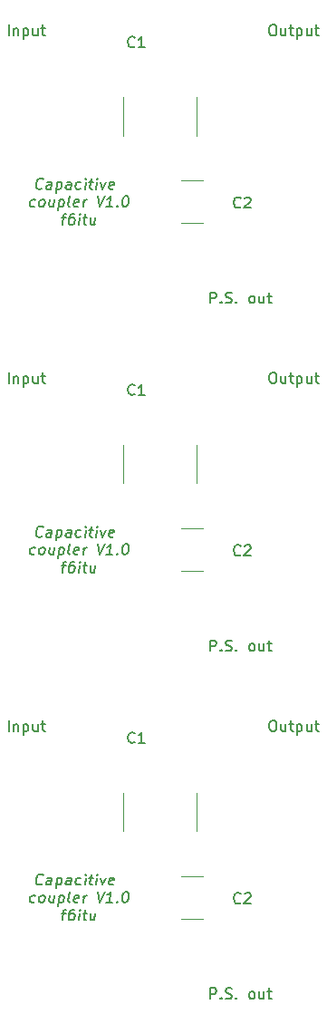
<source format=gbr>
G04 #@! TF.GenerationSoftware,KiCad,Pcbnew,(5.1.5)-3*
G04 #@! TF.CreationDate,2021-12-07T11:44:26+01:00*
G04 #@! TF.ProjectId,stitched capcoupler,73746974-6368-4656-9420-636170636f75,rev?*
G04 #@! TF.SameCoordinates,Original*
G04 #@! TF.FileFunction,Legend,Top*
G04 #@! TF.FilePolarity,Positive*
%FSLAX46Y46*%
G04 Gerber Fmt 4.6, Leading zero omitted, Abs format (unit mm)*
G04 Created by KiCad (PCBNEW (5.1.5)-3) date 2021-12-07 11:44:26*
%MOMM*%
%LPD*%
G04 APERTURE LIST*
%ADD10C,0.150000*%
%ADD11C,0.120000*%
G04 APERTURE END LIST*
D10*
X63983348Y11292857D02*
X63929776Y11245238D01*
X63780967Y11197619D01*
X63685729Y11197619D01*
X63548824Y11245238D01*
X63465491Y11340476D01*
X63429776Y11435714D01*
X63405967Y11626190D01*
X63423824Y11769047D01*
X63495252Y11959523D01*
X63554776Y12054761D01*
X63661919Y12150000D01*
X63810729Y12197619D01*
X63905967Y12197619D01*
X64042872Y12150000D01*
X64084538Y12102380D01*
X64828586Y11197619D02*
X64894062Y11721428D01*
X64858348Y11816666D01*
X64769062Y11864285D01*
X64578586Y11864285D01*
X64477395Y11816666D01*
X64834538Y11245238D02*
X64733348Y11197619D01*
X64495252Y11197619D01*
X64405967Y11245238D01*
X64370252Y11340476D01*
X64382157Y11435714D01*
X64441681Y11530952D01*
X64542872Y11578571D01*
X64780967Y11578571D01*
X64882157Y11626190D01*
X65388110Y11864285D02*
X65263110Y10864285D01*
X65382157Y11816666D02*
X65483348Y11864285D01*
X65673824Y11864285D01*
X65763110Y11816666D01*
X65804776Y11769047D01*
X65840491Y11673809D01*
X65804776Y11388095D01*
X65745252Y11292857D01*
X65691681Y11245238D01*
X65590491Y11197619D01*
X65400014Y11197619D01*
X65310729Y11245238D01*
X66638110Y11197619D02*
X66703586Y11721428D01*
X66667872Y11816666D01*
X66578586Y11864285D01*
X66388110Y11864285D01*
X66286919Y11816666D01*
X66644062Y11245238D02*
X66542872Y11197619D01*
X66304776Y11197619D01*
X66215491Y11245238D01*
X66179776Y11340476D01*
X66191681Y11435714D01*
X66251205Y11530952D01*
X66352395Y11578571D01*
X66590491Y11578571D01*
X66691681Y11626190D01*
X67548824Y11245238D02*
X67447633Y11197619D01*
X67257157Y11197619D01*
X67167872Y11245238D01*
X67126205Y11292857D01*
X67090491Y11388095D01*
X67126205Y11673809D01*
X67185729Y11769047D01*
X67239300Y11816666D01*
X67340491Y11864285D01*
X67530967Y11864285D01*
X67620252Y11816666D01*
X67971443Y11197619D02*
X68054776Y11864285D01*
X68096443Y12197619D02*
X68042872Y12150000D01*
X68084538Y12102380D01*
X68138110Y12150000D01*
X68096443Y12197619D01*
X68084538Y12102380D01*
X68388110Y11864285D02*
X68769062Y11864285D01*
X68572633Y12197619D02*
X68465491Y11340476D01*
X68501205Y11245238D01*
X68590491Y11197619D01*
X68685729Y11197619D01*
X69019062Y11197619D02*
X69102395Y11864285D01*
X69144062Y12197619D02*
X69090491Y12150000D01*
X69132157Y12102380D01*
X69185729Y12150000D01*
X69144062Y12197619D01*
X69132157Y12102380D01*
X69483348Y11864285D02*
X69638110Y11197619D01*
X69959538Y11864285D01*
X70644062Y11245238D02*
X70542872Y11197619D01*
X70352395Y11197619D01*
X70263110Y11245238D01*
X70227395Y11340476D01*
X70275014Y11721428D01*
X70334538Y11816666D01*
X70435729Y11864285D01*
X70626205Y11864285D01*
X70715491Y11816666D01*
X70751205Y11721428D01*
X70739300Y11626190D01*
X70251205Y11530952D01*
X63286919Y9595238D02*
X63185729Y9547619D01*
X62995252Y9547619D01*
X62905967Y9595238D01*
X62864300Y9642857D01*
X62828586Y9738095D01*
X62864300Y10023809D01*
X62923824Y10119047D01*
X62977395Y10166666D01*
X63078586Y10214285D01*
X63269062Y10214285D01*
X63358348Y10166666D01*
X63852395Y9547619D02*
X63763110Y9595238D01*
X63721443Y9642857D01*
X63685729Y9738095D01*
X63721443Y10023809D01*
X63780967Y10119047D01*
X63834538Y10166666D01*
X63935729Y10214285D01*
X64078586Y10214285D01*
X64167872Y10166666D01*
X64209538Y10119047D01*
X64245252Y10023809D01*
X64209538Y9738095D01*
X64150014Y9642857D01*
X64096443Y9595238D01*
X63995252Y9547619D01*
X63852395Y9547619D01*
X65126205Y10214285D02*
X65042872Y9547619D01*
X64697633Y10214285D02*
X64632157Y9690476D01*
X64667872Y9595238D01*
X64757157Y9547619D01*
X64900014Y9547619D01*
X65001205Y9595238D01*
X65054776Y9642857D01*
X65602395Y10214285D02*
X65477395Y9214285D01*
X65596443Y10166666D02*
X65697633Y10214285D01*
X65888110Y10214285D01*
X65977395Y10166666D01*
X66019062Y10119047D01*
X66054776Y10023809D01*
X66019062Y9738095D01*
X65959538Y9642857D01*
X65905967Y9595238D01*
X65804776Y9547619D01*
X65614300Y9547619D01*
X65525014Y9595238D01*
X66566681Y9547619D02*
X66477395Y9595238D01*
X66441681Y9690476D01*
X66548824Y10547619D01*
X67334538Y9595238D02*
X67233348Y9547619D01*
X67042872Y9547619D01*
X66953586Y9595238D01*
X66917872Y9690476D01*
X66965491Y10071428D01*
X67025014Y10166666D01*
X67126205Y10214285D01*
X67316681Y10214285D01*
X67405967Y10166666D01*
X67441681Y10071428D01*
X67429776Y9976190D01*
X66941681Y9880952D01*
X67804776Y9547619D02*
X67888110Y10214285D01*
X67864300Y10023809D02*
X67923824Y10119047D01*
X67977395Y10166666D01*
X68078586Y10214285D01*
X68173824Y10214285D01*
X69167872Y10547619D02*
X69376205Y9547619D01*
X69834538Y10547619D01*
X70566681Y9547619D02*
X69995252Y9547619D01*
X70280967Y9547619D02*
X70405967Y10547619D01*
X70292872Y10404761D01*
X70185729Y10309523D01*
X70084538Y10261904D01*
X71007157Y9642857D02*
X71048824Y9595238D01*
X70995252Y9547619D01*
X70953586Y9595238D01*
X71007157Y9642857D01*
X70995252Y9547619D01*
X71786919Y10547619D02*
X71882157Y10547619D01*
X71971443Y10500000D01*
X72013110Y10452380D01*
X72048824Y10357142D01*
X72072633Y10166666D01*
X72042872Y9928571D01*
X71971443Y9738095D01*
X71911919Y9642857D01*
X71858348Y9595238D01*
X71757157Y9547619D01*
X71661919Y9547619D01*
X71572633Y9595238D01*
X71530967Y9642857D01*
X71495252Y9738095D01*
X71471443Y9928571D01*
X71501205Y10166666D01*
X71572633Y10357142D01*
X71632157Y10452380D01*
X71685729Y10500000D01*
X71786919Y10547619D01*
X65840491Y8564285D02*
X66221443Y8564285D01*
X65900014Y7897619D02*
X66007157Y8754761D01*
X66066681Y8850000D01*
X66167872Y8897619D01*
X66263110Y8897619D01*
X67025014Y8897619D02*
X66834538Y8897619D01*
X66733348Y8850000D01*
X66679776Y8802380D01*
X66566681Y8659523D01*
X66495252Y8469047D01*
X66447633Y8088095D01*
X66483348Y7992857D01*
X66525014Y7945238D01*
X66614300Y7897619D01*
X66804776Y7897619D01*
X66905967Y7945238D01*
X66959538Y7992857D01*
X67019062Y8088095D01*
X67048824Y8326190D01*
X67013110Y8421428D01*
X66971443Y8469047D01*
X66882157Y8516666D01*
X66691681Y8516666D01*
X66590491Y8469047D01*
X66536919Y8421428D01*
X66477395Y8326190D01*
X67423824Y7897619D02*
X67507157Y8564285D01*
X67548824Y8897619D02*
X67495252Y8850000D01*
X67536919Y8802380D01*
X67590491Y8850000D01*
X67548824Y8897619D01*
X67536919Y8802380D01*
X67840491Y8564285D02*
X68221443Y8564285D01*
X68025014Y8897619D02*
X67917872Y8040476D01*
X67953586Y7945238D01*
X68042872Y7897619D01*
X68138110Y7897619D01*
X68983348Y8564285D02*
X68900014Y7897619D01*
X68554776Y8564285D02*
X68489300Y8040476D01*
X68525014Y7945238D01*
X68614300Y7897619D01*
X68757157Y7897619D01*
X68858348Y7945238D01*
X68911919Y7992857D01*
X79714285Y547619D02*
X79714285Y1547619D01*
X80095238Y1547619D01*
X80190476Y1500000D01*
X80238095Y1452380D01*
X80285714Y1357142D01*
X80285714Y1214285D01*
X80238095Y1119047D01*
X80190476Y1071428D01*
X80095238Y1023809D01*
X79714285Y1023809D01*
X80714285Y642857D02*
X80761904Y595238D01*
X80714285Y547619D01*
X80666666Y595238D01*
X80714285Y642857D01*
X80714285Y547619D01*
X81142857Y595238D02*
X81285714Y547619D01*
X81523809Y547619D01*
X81619047Y595238D01*
X81666666Y642857D01*
X81714285Y738095D01*
X81714285Y833333D01*
X81666666Y928571D01*
X81619047Y976190D01*
X81523809Y1023809D01*
X81333333Y1071428D01*
X81238095Y1119047D01*
X81190476Y1166666D01*
X81142857Y1261904D01*
X81142857Y1357142D01*
X81190476Y1452380D01*
X81238095Y1500000D01*
X81333333Y1547619D01*
X81571428Y1547619D01*
X81714285Y1500000D01*
X82142857Y642857D02*
X82190476Y595238D01*
X82142857Y547619D01*
X82095238Y595238D01*
X82142857Y642857D01*
X82142857Y547619D01*
X83523809Y547619D02*
X83428571Y595238D01*
X83380952Y642857D01*
X83333333Y738095D01*
X83333333Y1023809D01*
X83380952Y1119047D01*
X83428571Y1166666D01*
X83523809Y1214285D01*
X83666666Y1214285D01*
X83761904Y1166666D01*
X83809523Y1119047D01*
X83857142Y1023809D01*
X83857142Y738095D01*
X83809523Y642857D01*
X83761904Y595238D01*
X83666666Y547619D01*
X83523809Y547619D01*
X84714285Y1214285D02*
X84714285Y547619D01*
X84285714Y1214285D02*
X84285714Y690476D01*
X84333333Y595238D01*
X84428571Y547619D01*
X84571428Y547619D01*
X84666666Y595238D01*
X84714285Y642857D01*
X85047619Y1214285D02*
X85428571Y1214285D01*
X85190476Y1547619D02*
X85190476Y690476D01*
X85238095Y595238D01*
X85333333Y547619D01*
X85428571Y547619D01*
X85476190Y26547619D02*
X85666666Y26547619D01*
X85761904Y26500000D01*
X85857142Y26404761D01*
X85904761Y26214285D01*
X85904761Y25880952D01*
X85857142Y25690476D01*
X85761904Y25595238D01*
X85666666Y25547619D01*
X85476190Y25547619D01*
X85380952Y25595238D01*
X85285714Y25690476D01*
X85238095Y25880952D01*
X85238095Y26214285D01*
X85285714Y26404761D01*
X85380952Y26500000D01*
X85476190Y26547619D01*
X86761904Y26214285D02*
X86761904Y25547619D01*
X86333333Y26214285D02*
X86333333Y25690476D01*
X86380952Y25595238D01*
X86476190Y25547619D01*
X86619047Y25547619D01*
X86714285Y25595238D01*
X86761904Y25642857D01*
X87095238Y26214285D02*
X87476190Y26214285D01*
X87238095Y26547619D02*
X87238095Y25690476D01*
X87285714Y25595238D01*
X87380952Y25547619D01*
X87476190Y25547619D01*
X87809523Y26214285D02*
X87809523Y25214285D01*
X87809523Y26166666D02*
X87904761Y26214285D01*
X88095238Y26214285D01*
X88190476Y26166666D01*
X88238095Y26119047D01*
X88285714Y26023809D01*
X88285714Y25738095D01*
X88238095Y25642857D01*
X88190476Y25595238D01*
X88095238Y25547619D01*
X87904761Y25547619D01*
X87809523Y25595238D01*
X89142857Y26214285D02*
X89142857Y25547619D01*
X88714285Y26214285D02*
X88714285Y25690476D01*
X88761904Y25595238D01*
X88857142Y25547619D01*
X89000000Y25547619D01*
X89095238Y25595238D01*
X89142857Y25642857D01*
X89476190Y26214285D02*
X89857142Y26214285D01*
X89619047Y26547619D02*
X89619047Y25690476D01*
X89666666Y25595238D01*
X89761904Y25547619D01*
X89857142Y25547619D01*
X60857142Y25547619D02*
X60857142Y26547619D01*
X61333333Y26214285D02*
X61333333Y25547619D01*
X61333333Y26119047D02*
X61380952Y26166666D01*
X61476190Y26214285D01*
X61619047Y26214285D01*
X61714285Y26166666D01*
X61761904Y26071428D01*
X61761904Y25547619D01*
X62238095Y26214285D02*
X62238095Y25214285D01*
X62238095Y26166666D02*
X62333333Y26214285D01*
X62523809Y26214285D01*
X62619047Y26166666D01*
X62666666Y26119047D01*
X62714285Y26023809D01*
X62714285Y25738095D01*
X62666666Y25642857D01*
X62619047Y25595238D01*
X62523809Y25547619D01*
X62333333Y25547619D01*
X62238095Y25595238D01*
X63571428Y26214285D02*
X63571428Y25547619D01*
X63142857Y26214285D02*
X63142857Y25690476D01*
X63190476Y25595238D01*
X63285714Y25547619D01*
X63428571Y25547619D01*
X63523809Y25595238D01*
X63571428Y25642857D01*
X63904761Y26214285D02*
X64285714Y26214285D01*
X64047619Y26547619D02*
X64047619Y25690476D01*
X64095238Y25595238D01*
X64190476Y25547619D01*
X64285714Y25547619D01*
X63983348Y-21207142D02*
X63929776Y-21254761D01*
X63780967Y-21302380D01*
X63685729Y-21302380D01*
X63548824Y-21254761D01*
X63465491Y-21159523D01*
X63429776Y-21064285D01*
X63405967Y-20873809D01*
X63423824Y-20730952D01*
X63495252Y-20540476D01*
X63554776Y-20445238D01*
X63661919Y-20350000D01*
X63810729Y-20302380D01*
X63905967Y-20302380D01*
X64042872Y-20350000D01*
X64084538Y-20397619D01*
X64828586Y-21302380D02*
X64894062Y-20778571D01*
X64858348Y-20683333D01*
X64769062Y-20635714D01*
X64578586Y-20635714D01*
X64477395Y-20683333D01*
X64834538Y-21254761D02*
X64733348Y-21302380D01*
X64495252Y-21302380D01*
X64405967Y-21254761D01*
X64370252Y-21159523D01*
X64382157Y-21064285D01*
X64441681Y-20969047D01*
X64542872Y-20921428D01*
X64780967Y-20921428D01*
X64882157Y-20873809D01*
X65388110Y-20635714D02*
X65263110Y-21635714D01*
X65382157Y-20683333D02*
X65483348Y-20635714D01*
X65673824Y-20635714D01*
X65763110Y-20683333D01*
X65804776Y-20730952D01*
X65840491Y-20826190D01*
X65804776Y-21111904D01*
X65745252Y-21207142D01*
X65691681Y-21254761D01*
X65590491Y-21302380D01*
X65400014Y-21302380D01*
X65310729Y-21254761D01*
X66638110Y-21302380D02*
X66703586Y-20778571D01*
X66667872Y-20683333D01*
X66578586Y-20635714D01*
X66388110Y-20635714D01*
X66286919Y-20683333D01*
X66644062Y-21254761D02*
X66542872Y-21302380D01*
X66304776Y-21302380D01*
X66215491Y-21254761D01*
X66179776Y-21159523D01*
X66191681Y-21064285D01*
X66251205Y-20969047D01*
X66352395Y-20921428D01*
X66590491Y-20921428D01*
X66691681Y-20873809D01*
X67548824Y-21254761D02*
X67447633Y-21302380D01*
X67257157Y-21302380D01*
X67167872Y-21254761D01*
X67126205Y-21207142D01*
X67090491Y-21111904D01*
X67126205Y-20826190D01*
X67185729Y-20730952D01*
X67239300Y-20683333D01*
X67340491Y-20635714D01*
X67530967Y-20635714D01*
X67620252Y-20683333D01*
X67971443Y-21302380D02*
X68054776Y-20635714D01*
X68096443Y-20302380D02*
X68042872Y-20350000D01*
X68084538Y-20397619D01*
X68138110Y-20350000D01*
X68096443Y-20302380D01*
X68084538Y-20397619D01*
X68388110Y-20635714D02*
X68769062Y-20635714D01*
X68572633Y-20302380D02*
X68465491Y-21159523D01*
X68501205Y-21254761D01*
X68590491Y-21302380D01*
X68685729Y-21302380D01*
X69019062Y-21302380D02*
X69102395Y-20635714D01*
X69144062Y-20302380D02*
X69090491Y-20350000D01*
X69132157Y-20397619D01*
X69185729Y-20350000D01*
X69144062Y-20302380D01*
X69132157Y-20397619D01*
X69483348Y-20635714D02*
X69638110Y-21302380D01*
X69959538Y-20635714D01*
X70644062Y-21254761D02*
X70542872Y-21302380D01*
X70352395Y-21302380D01*
X70263110Y-21254761D01*
X70227395Y-21159523D01*
X70275014Y-20778571D01*
X70334538Y-20683333D01*
X70435729Y-20635714D01*
X70626205Y-20635714D01*
X70715491Y-20683333D01*
X70751205Y-20778571D01*
X70739300Y-20873809D01*
X70251205Y-20969047D01*
X63286919Y-22904761D02*
X63185729Y-22952380D01*
X62995252Y-22952380D01*
X62905967Y-22904761D01*
X62864300Y-22857142D01*
X62828586Y-22761904D01*
X62864300Y-22476190D01*
X62923824Y-22380952D01*
X62977395Y-22333333D01*
X63078586Y-22285714D01*
X63269062Y-22285714D01*
X63358348Y-22333333D01*
X63852395Y-22952380D02*
X63763110Y-22904761D01*
X63721443Y-22857142D01*
X63685729Y-22761904D01*
X63721443Y-22476190D01*
X63780967Y-22380952D01*
X63834538Y-22333333D01*
X63935729Y-22285714D01*
X64078586Y-22285714D01*
X64167872Y-22333333D01*
X64209538Y-22380952D01*
X64245252Y-22476190D01*
X64209538Y-22761904D01*
X64150014Y-22857142D01*
X64096443Y-22904761D01*
X63995252Y-22952380D01*
X63852395Y-22952380D01*
X65126205Y-22285714D02*
X65042872Y-22952380D01*
X64697633Y-22285714D02*
X64632157Y-22809523D01*
X64667872Y-22904761D01*
X64757157Y-22952380D01*
X64900014Y-22952380D01*
X65001205Y-22904761D01*
X65054776Y-22857142D01*
X65602395Y-22285714D02*
X65477395Y-23285714D01*
X65596443Y-22333333D02*
X65697633Y-22285714D01*
X65888110Y-22285714D01*
X65977395Y-22333333D01*
X66019062Y-22380952D01*
X66054776Y-22476190D01*
X66019062Y-22761904D01*
X65959538Y-22857142D01*
X65905967Y-22904761D01*
X65804776Y-22952380D01*
X65614300Y-22952380D01*
X65525014Y-22904761D01*
X66566681Y-22952380D02*
X66477395Y-22904761D01*
X66441681Y-22809523D01*
X66548824Y-21952380D01*
X67334538Y-22904761D02*
X67233348Y-22952380D01*
X67042872Y-22952380D01*
X66953586Y-22904761D01*
X66917872Y-22809523D01*
X66965491Y-22428571D01*
X67025014Y-22333333D01*
X67126205Y-22285714D01*
X67316681Y-22285714D01*
X67405967Y-22333333D01*
X67441681Y-22428571D01*
X67429776Y-22523809D01*
X66941681Y-22619047D01*
X67804776Y-22952380D02*
X67888110Y-22285714D01*
X67864300Y-22476190D02*
X67923824Y-22380952D01*
X67977395Y-22333333D01*
X68078586Y-22285714D01*
X68173824Y-22285714D01*
X69167872Y-21952380D02*
X69376205Y-22952380D01*
X69834538Y-21952380D01*
X70566681Y-22952380D02*
X69995252Y-22952380D01*
X70280967Y-22952380D02*
X70405967Y-21952380D01*
X70292872Y-22095238D01*
X70185729Y-22190476D01*
X70084538Y-22238095D01*
X71007157Y-22857142D02*
X71048824Y-22904761D01*
X70995252Y-22952380D01*
X70953586Y-22904761D01*
X71007157Y-22857142D01*
X70995252Y-22952380D01*
X71786919Y-21952380D02*
X71882157Y-21952380D01*
X71971443Y-22000000D01*
X72013110Y-22047619D01*
X72048824Y-22142857D01*
X72072633Y-22333333D01*
X72042872Y-22571428D01*
X71971443Y-22761904D01*
X71911919Y-22857142D01*
X71858348Y-22904761D01*
X71757157Y-22952380D01*
X71661919Y-22952380D01*
X71572633Y-22904761D01*
X71530967Y-22857142D01*
X71495252Y-22761904D01*
X71471443Y-22571428D01*
X71501205Y-22333333D01*
X71572633Y-22142857D01*
X71632157Y-22047619D01*
X71685729Y-22000000D01*
X71786919Y-21952380D01*
X65840491Y-23935714D02*
X66221443Y-23935714D01*
X65900014Y-24602380D02*
X66007157Y-23745238D01*
X66066681Y-23650000D01*
X66167872Y-23602380D01*
X66263110Y-23602380D01*
X67025014Y-23602380D02*
X66834538Y-23602380D01*
X66733348Y-23650000D01*
X66679776Y-23697619D01*
X66566681Y-23840476D01*
X66495252Y-24030952D01*
X66447633Y-24411904D01*
X66483348Y-24507142D01*
X66525014Y-24554761D01*
X66614300Y-24602380D01*
X66804776Y-24602380D01*
X66905967Y-24554761D01*
X66959538Y-24507142D01*
X67019062Y-24411904D01*
X67048824Y-24173809D01*
X67013110Y-24078571D01*
X66971443Y-24030952D01*
X66882157Y-23983333D01*
X66691681Y-23983333D01*
X66590491Y-24030952D01*
X66536919Y-24078571D01*
X66477395Y-24173809D01*
X67423824Y-24602380D02*
X67507157Y-23935714D01*
X67548824Y-23602380D02*
X67495252Y-23650000D01*
X67536919Y-23697619D01*
X67590491Y-23650000D01*
X67548824Y-23602380D01*
X67536919Y-23697619D01*
X67840491Y-23935714D02*
X68221443Y-23935714D01*
X68025014Y-23602380D02*
X67917872Y-24459523D01*
X67953586Y-24554761D01*
X68042872Y-24602380D01*
X68138110Y-24602380D01*
X68983348Y-23935714D02*
X68900014Y-24602380D01*
X68554776Y-23935714D02*
X68489300Y-24459523D01*
X68525014Y-24554761D01*
X68614300Y-24602380D01*
X68757157Y-24602380D01*
X68858348Y-24554761D01*
X68911919Y-24507142D01*
X79714285Y-31952380D02*
X79714285Y-30952380D01*
X80095238Y-30952380D01*
X80190476Y-31000000D01*
X80238095Y-31047619D01*
X80285714Y-31142857D01*
X80285714Y-31285714D01*
X80238095Y-31380952D01*
X80190476Y-31428571D01*
X80095238Y-31476190D01*
X79714285Y-31476190D01*
X80714285Y-31857142D02*
X80761904Y-31904761D01*
X80714285Y-31952380D01*
X80666666Y-31904761D01*
X80714285Y-31857142D01*
X80714285Y-31952380D01*
X81142857Y-31904761D02*
X81285714Y-31952380D01*
X81523809Y-31952380D01*
X81619047Y-31904761D01*
X81666666Y-31857142D01*
X81714285Y-31761904D01*
X81714285Y-31666666D01*
X81666666Y-31571428D01*
X81619047Y-31523809D01*
X81523809Y-31476190D01*
X81333333Y-31428571D01*
X81238095Y-31380952D01*
X81190476Y-31333333D01*
X81142857Y-31238095D01*
X81142857Y-31142857D01*
X81190476Y-31047619D01*
X81238095Y-31000000D01*
X81333333Y-30952380D01*
X81571428Y-30952380D01*
X81714285Y-31000000D01*
X82142857Y-31857142D02*
X82190476Y-31904761D01*
X82142857Y-31952380D01*
X82095238Y-31904761D01*
X82142857Y-31857142D01*
X82142857Y-31952380D01*
X83523809Y-31952380D02*
X83428571Y-31904761D01*
X83380952Y-31857142D01*
X83333333Y-31761904D01*
X83333333Y-31476190D01*
X83380952Y-31380952D01*
X83428571Y-31333333D01*
X83523809Y-31285714D01*
X83666666Y-31285714D01*
X83761904Y-31333333D01*
X83809523Y-31380952D01*
X83857142Y-31476190D01*
X83857142Y-31761904D01*
X83809523Y-31857142D01*
X83761904Y-31904761D01*
X83666666Y-31952380D01*
X83523809Y-31952380D01*
X84714285Y-31285714D02*
X84714285Y-31952380D01*
X84285714Y-31285714D02*
X84285714Y-31809523D01*
X84333333Y-31904761D01*
X84428571Y-31952380D01*
X84571428Y-31952380D01*
X84666666Y-31904761D01*
X84714285Y-31857142D01*
X85047619Y-31285714D02*
X85428571Y-31285714D01*
X85190476Y-30952380D02*
X85190476Y-31809523D01*
X85238095Y-31904761D01*
X85333333Y-31952380D01*
X85428571Y-31952380D01*
X85476190Y-5952380D02*
X85666666Y-5952380D01*
X85761904Y-6000000D01*
X85857142Y-6095238D01*
X85904761Y-6285714D01*
X85904761Y-6619047D01*
X85857142Y-6809523D01*
X85761904Y-6904761D01*
X85666666Y-6952380D01*
X85476190Y-6952380D01*
X85380952Y-6904761D01*
X85285714Y-6809523D01*
X85238095Y-6619047D01*
X85238095Y-6285714D01*
X85285714Y-6095238D01*
X85380952Y-6000000D01*
X85476190Y-5952380D01*
X86761904Y-6285714D02*
X86761904Y-6952380D01*
X86333333Y-6285714D02*
X86333333Y-6809523D01*
X86380952Y-6904761D01*
X86476190Y-6952380D01*
X86619047Y-6952380D01*
X86714285Y-6904761D01*
X86761904Y-6857142D01*
X87095238Y-6285714D02*
X87476190Y-6285714D01*
X87238095Y-5952380D02*
X87238095Y-6809523D01*
X87285714Y-6904761D01*
X87380952Y-6952380D01*
X87476190Y-6952380D01*
X87809523Y-6285714D02*
X87809523Y-7285714D01*
X87809523Y-6333333D02*
X87904761Y-6285714D01*
X88095238Y-6285714D01*
X88190476Y-6333333D01*
X88238095Y-6380952D01*
X88285714Y-6476190D01*
X88285714Y-6761904D01*
X88238095Y-6857142D01*
X88190476Y-6904761D01*
X88095238Y-6952380D01*
X87904761Y-6952380D01*
X87809523Y-6904761D01*
X89142857Y-6285714D02*
X89142857Y-6952380D01*
X88714285Y-6285714D02*
X88714285Y-6809523D01*
X88761904Y-6904761D01*
X88857142Y-6952380D01*
X89000000Y-6952380D01*
X89095238Y-6904761D01*
X89142857Y-6857142D01*
X89476190Y-6285714D02*
X89857142Y-6285714D01*
X89619047Y-5952380D02*
X89619047Y-6809523D01*
X89666666Y-6904761D01*
X89761904Y-6952380D01*
X89857142Y-6952380D01*
X60857142Y-6952380D02*
X60857142Y-5952380D01*
X61333333Y-6285714D02*
X61333333Y-6952380D01*
X61333333Y-6380952D02*
X61380952Y-6333333D01*
X61476190Y-6285714D01*
X61619047Y-6285714D01*
X61714285Y-6333333D01*
X61761904Y-6428571D01*
X61761904Y-6952380D01*
X62238095Y-6285714D02*
X62238095Y-7285714D01*
X62238095Y-6333333D02*
X62333333Y-6285714D01*
X62523809Y-6285714D01*
X62619047Y-6333333D01*
X62666666Y-6380952D01*
X62714285Y-6476190D01*
X62714285Y-6761904D01*
X62666666Y-6857142D01*
X62619047Y-6904761D01*
X62523809Y-6952380D01*
X62333333Y-6952380D01*
X62238095Y-6904761D01*
X63571428Y-6285714D02*
X63571428Y-6952380D01*
X63142857Y-6285714D02*
X63142857Y-6809523D01*
X63190476Y-6904761D01*
X63285714Y-6952380D01*
X63428571Y-6952380D01*
X63523809Y-6904761D01*
X63571428Y-6857142D01*
X63904761Y-6285714D02*
X64285714Y-6285714D01*
X64047619Y-5952380D02*
X64047619Y-6809523D01*
X64095238Y-6904761D01*
X64190476Y-6952380D01*
X64285714Y-6952380D01*
X85476190Y-38452380D02*
X85666666Y-38452380D01*
X85761904Y-38500000D01*
X85857142Y-38595238D01*
X85904761Y-38785714D01*
X85904761Y-39119047D01*
X85857142Y-39309523D01*
X85761904Y-39404761D01*
X85666666Y-39452380D01*
X85476190Y-39452380D01*
X85380952Y-39404761D01*
X85285714Y-39309523D01*
X85238095Y-39119047D01*
X85238095Y-38785714D01*
X85285714Y-38595238D01*
X85380952Y-38500000D01*
X85476190Y-38452380D01*
X86761904Y-38785714D02*
X86761904Y-39452380D01*
X86333333Y-38785714D02*
X86333333Y-39309523D01*
X86380952Y-39404761D01*
X86476190Y-39452380D01*
X86619047Y-39452380D01*
X86714285Y-39404761D01*
X86761904Y-39357142D01*
X87095238Y-38785714D02*
X87476190Y-38785714D01*
X87238095Y-38452380D02*
X87238095Y-39309523D01*
X87285714Y-39404761D01*
X87380952Y-39452380D01*
X87476190Y-39452380D01*
X87809523Y-38785714D02*
X87809523Y-39785714D01*
X87809523Y-38833333D02*
X87904761Y-38785714D01*
X88095238Y-38785714D01*
X88190476Y-38833333D01*
X88238095Y-38880952D01*
X88285714Y-38976190D01*
X88285714Y-39261904D01*
X88238095Y-39357142D01*
X88190476Y-39404761D01*
X88095238Y-39452380D01*
X87904761Y-39452380D01*
X87809523Y-39404761D01*
X89142857Y-38785714D02*
X89142857Y-39452380D01*
X88714285Y-38785714D02*
X88714285Y-39309523D01*
X88761904Y-39404761D01*
X88857142Y-39452380D01*
X89000000Y-39452380D01*
X89095238Y-39404761D01*
X89142857Y-39357142D01*
X89476190Y-38785714D02*
X89857142Y-38785714D01*
X89619047Y-38452380D02*
X89619047Y-39309523D01*
X89666666Y-39404761D01*
X89761904Y-39452380D01*
X89857142Y-39452380D01*
X60857142Y-39452380D02*
X60857142Y-38452380D01*
X61333333Y-38785714D02*
X61333333Y-39452380D01*
X61333333Y-38880952D02*
X61380952Y-38833333D01*
X61476190Y-38785714D01*
X61619047Y-38785714D01*
X61714285Y-38833333D01*
X61761904Y-38928571D01*
X61761904Y-39452380D01*
X62238095Y-38785714D02*
X62238095Y-39785714D01*
X62238095Y-38833333D02*
X62333333Y-38785714D01*
X62523809Y-38785714D01*
X62619047Y-38833333D01*
X62666666Y-38880952D01*
X62714285Y-38976190D01*
X62714285Y-39261904D01*
X62666666Y-39357142D01*
X62619047Y-39404761D01*
X62523809Y-39452380D01*
X62333333Y-39452380D01*
X62238095Y-39404761D01*
X63571428Y-38785714D02*
X63571428Y-39452380D01*
X63142857Y-38785714D02*
X63142857Y-39309523D01*
X63190476Y-39404761D01*
X63285714Y-39452380D01*
X63428571Y-39452380D01*
X63523809Y-39404761D01*
X63571428Y-39357142D01*
X63904761Y-38785714D02*
X64285714Y-38785714D01*
X64047619Y-38452380D02*
X64047619Y-39309523D01*
X64095238Y-39404761D01*
X64190476Y-39452380D01*
X64285714Y-39452380D01*
X79714285Y-64452380D02*
X79714285Y-63452380D01*
X80095238Y-63452380D01*
X80190476Y-63500000D01*
X80238095Y-63547619D01*
X80285714Y-63642857D01*
X80285714Y-63785714D01*
X80238095Y-63880952D01*
X80190476Y-63928571D01*
X80095238Y-63976190D01*
X79714285Y-63976190D01*
X80714285Y-64357142D02*
X80761904Y-64404761D01*
X80714285Y-64452380D01*
X80666666Y-64404761D01*
X80714285Y-64357142D01*
X80714285Y-64452380D01*
X81142857Y-64404761D02*
X81285714Y-64452380D01*
X81523809Y-64452380D01*
X81619047Y-64404761D01*
X81666666Y-64357142D01*
X81714285Y-64261904D01*
X81714285Y-64166666D01*
X81666666Y-64071428D01*
X81619047Y-64023809D01*
X81523809Y-63976190D01*
X81333333Y-63928571D01*
X81238095Y-63880952D01*
X81190476Y-63833333D01*
X81142857Y-63738095D01*
X81142857Y-63642857D01*
X81190476Y-63547619D01*
X81238095Y-63500000D01*
X81333333Y-63452380D01*
X81571428Y-63452380D01*
X81714285Y-63500000D01*
X82142857Y-64357142D02*
X82190476Y-64404761D01*
X82142857Y-64452380D01*
X82095238Y-64404761D01*
X82142857Y-64357142D01*
X82142857Y-64452380D01*
X83523809Y-64452380D02*
X83428571Y-64404761D01*
X83380952Y-64357142D01*
X83333333Y-64261904D01*
X83333333Y-63976190D01*
X83380952Y-63880952D01*
X83428571Y-63833333D01*
X83523809Y-63785714D01*
X83666666Y-63785714D01*
X83761904Y-63833333D01*
X83809523Y-63880952D01*
X83857142Y-63976190D01*
X83857142Y-64261904D01*
X83809523Y-64357142D01*
X83761904Y-64404761D01*
X83666666Y-64452380D01*
X83523809Y-64452380D01*
X84714285Y-63785714D02*
X84714285Y-64452380D01*
X84285714Y-63785714D02*
X84285714Y-64309523D01*
X84333333Y-64404761D01*
X84428571Y-64452380D01*
X84571428Y-64452380D01*
X84666666Y-64404761D01*
X84714285Y-64357142D01*
X85047619Y-63785714D02*
X85428571Y-63785714D01*
X85190476Y-63452380D02*
X85190476Y-64309523D01*
X85238095Y-64404761D01*
X85333333Y-64452380D01*
X85428571Y-64452380D01*
X63983348Y-53707142D02*
X63929776Y-53754761D01*
X63780967Y-53802380D01*
X63685729Y-53802380D01*
X63548824Y-53754761D01*
X63465491Y-53659523D01*
X63429776Y-53564285D01*
X63405967Y-53373809D01*
X63423824Y-53230952D01*
X63495252Y-53040476D01*
X63554776Y-52945238D01*
X63661919Y-52850000D01*
X63810729Y-52802380D01*
X63905967Y-52802380D01*
X64042872Y-52850000D01*
X64084538Y-52897619D01*
X64828586Y-53802380D02*
X64894062Y-53278571D01*
X64858348Y-53183333D01*
X64769062Y-53135714D01*
X64578586Y-53135714D01*
X64477395Y-53183333D01*
X64834538Y-53754761D02*
X64733348Y-53802380D01*
X64495252Y-53802380D01*
X64405967Y-53754761D01*
X64370252Y-53659523D01*
X64382157Y-53564285D01*
X64441681Y-53469047D01*
X64542872Y-53421428D01*
X64780967Y-53421428D01*
X64882157Y-53373809D01*
X65388110Y-53135714D02*
X65263110Y-54135714D01*
X65382157Y-53183333D02*
X65483348Y-53135714D01*
X65673824Y-53135714D01*
X65763110Y-53183333D01*
X65804776Y-53230952D01*
X65840491Y-53326190D01*
X65804776Y-53611904D01*
X65745252Y-53707142D01*
X65691681Y-53754761D01*
X65590491Y-53802380D01*
X65400014Y-53802380D01*
X65310729Y-53754761D01*
X66638110Y-53802380D02*
X66703586Y-53278571D01*
X66667872Y-53183333D01*
X66578586Y-53135714D01*
X66388110Y-53135714D01*
X66286919Y-53183333D01*
X66644062Y-53754761D02*
X66542872Y-53802380D01*
X66304776Y-53802380D01*
X66215491Y-53754761D01*
X66179776Y-53659523D01*
X66191681Y-53564285D01*
X66251205Y-53469047D01*
X66352395Y-53421428D01*
X66590491Y-53421428D01*
X66691681Y-53373809D01*
X67548824Y-53754761D02*
X67447633Y-53802380D01*
X67257157Y-53802380D01*
X67167872Y-53754761D01*
X67126205Y-53707142D01*
X67090491Y-53611904D01*
X67126205Y-53326190D01*
X67185729Y-53230952D01*
X67239300Y-53183333D01*
X67340491Y-53135714D01*
X67530967Y-53135714D01*
X67620252Y-53183333D01*
X67971443Y-53802380D02*
X68054776Y-53135714D01*
X68096443Y-52802380D02*
X68042872Y-52850000D01*
X68084538Y-52897619D01*
X68138110Y-52850000D01*
X68096443Y-52802380D01*
X68084538Y-52897619D01*
X68388110Y-53135714D02*
X68769062Y-53135714D01*
X68572633Y-52802380D02*
X68465491Y-53659523D01*
X68501205Y-53754761D01*
X68590491Y-53802380D01*
X68685729Y-53802380D01*
X69019062Y-53802380D02*
X69102395Y-53135714D01*
X69144062Y-52802380D02*
X69090491Y-52850000D01*
X69132157Y-52897619D01*
X69185729Y-52850000D01*
X69144062Y-52802380D01*
X69132157Y-52897619D01*
X69483348Y-53135714D02*
X69638110Y-53802380D01*
X69959538Y-53135714D01*
X70644062Y-53754761D02*
X70542872Y-53802380D01*
X70352395Y-53802380D01*
X70263110Y-53754761D01*
X70227395Y-53659523D01*
X70275014Y-53278571D01*
X70334538Y-53183333D01*
X70435729Y-53135714D01*
X70626205Y-53135714D01*
X70715491Y-53183333D01*
X70751205Y-53278571D01*
X70739300Y-53373809D01*
X70251205Y-53469047D01*
X63286919Y-55404761D02*
X63185729Y-55452380D01*
X62995252Y-55452380D01*
X62905967Y-55404761D01*
X62864300Y-55357142D01*
X62828586Y-55261904D01*
X62864300Y-54976190D01*
X62923824Y-54880952D01*
X62977395Y-54833333D01*
X63078586Y-54785714D01*
X63269062Y-54785714D01*
X63358348Y-54833333D01*
X63852395Y-55452380D02*
X63763110Y-55404761D01*
X63721443Y-55357142D01*
X63685729Y-55261904D01*
X63721443Y-54976190D01*
X63780967Y-54880952D01*
X63834538Y-54833333D01*
X63935729Y-54785714D01*
X64078586Y-54785714D01*
X64167872Y-54833333D01*
X64209538Y-54880952D01*
X64245252Y-54976190D01*
X64209538Y-55261904D01*
X64150014Y-55357142D01*
X64096443Y-55404761D01*
X63995252Y-55452380D01*
X63852395Y-55452380D01*
X65126205Y-54785714D02*
X65042872Y-55452380D01*
X64697633Y-54785714D02*
X64632157Y-55309523D01*
X64667872Y-55404761D01*
X64757157Y-55452380D01*
X64900014Y-55452380D01*
X65001205Y-55404761D01*
X65054776Y-55357142D01*
X65602395Y-54785714D02*
X65477395Y-55785714D01*
X65596443Y-54833333D02*
X65697633Y-54785714D01*
X65888110Y-54785714D01*
X65977395Y-54833333D01*
X66019062Y-54880952D01*
X66054776Y-54976190D01*
X66019062Y-55261904D01*
X65959538Y-55357142D01*
X65905967Y-55404761D01*
X65804776Y-55452380D01*
X65614300Y-55452380D01*
X65525014Y-55404761D01*
X66566681Y-55452380D02*
X66477395Y-55404761D01*
X66441681Y-55309523D01*
X66548824Y-54452380D01*
X67334538Y-55404761D02*
X67233348Y-55452380D01*
X67042872Y-55452380D01*
X66953586Y-55404761D01*
X66917872Y-55309523D01*
X66965491Y-54928571D01*
X67025014Y-54833333D01*
X67126205Y-54785714D01*
X67316681Y-54785714D01*
X67405967Y-54833333D01*
X67441681Y-54928571D01*
X67429776Y-55023809D01*
X66941681Y-55119047D01*
X67804776Y-55452380D02*
X67888110Y-54785714D01*
X67864300Y-54976190D02*
X67923824Y-54880952D01*
X67977395Y-54833333D01*
X68078586Y-54785714D01*
X68173824Y-54785714D01*
X69167872Y-54452380D02*
X69376205Y-55452380D01*
X69834538Y-54452380D01*
X70566681Y-55452380D02*
X69995252Y-55452380D01*
X70280967Y-55452380D02*
X70405967Y-54452380D01*
X70292872Y-54595238D01*
X70185729Y-54690476D01*
X70084538Y-54738095D01*
X71007157Y-55357142D02*
X71048824Y-55404761D01*
X70995252Y-55452380D01*
X70953586Y-55404761D01*
X71007157Y-55357142D01*
X70995252Y-55452380D01*
X71786919Y-54452380D02*
X71882157Y-54452380D01*
X71971443Y-54500000D01*
X72013110Y-54547619D01*
X72048824Y-54642857D01*
X72072633Y-54833333D01*
X72042872Y-55071428D01*
X71971443Y-55261904D01*
X71911919Y-55357142D01*
X71858348Y-55404761D01*
X71757157Y-55452380D01*
X71661919Y-55452380D01*
X71572633Y-55404761D01*
X71530967Y-55357142D01*
X71495252Y-55261904D01*
X71471443Y-55071428D01*
X71501205Y-54833333D01*
X71572633Y-54642857D01*
X71632157Y-54547619D01*
X71685729Y-54500000D01*
X71786919Y-54452380D01*
X65840491Y-56435714D02*
X66221443Y-56435714D01*
X65900014Y-57102380D02*
X66007157Y-56245238D01*
X66066681Y-56150000D01*
X66167872Y-56102380D01*
X66263110Y-56102380D01*
X67025014Y-56102380D02*
X66834538Y-56102380D01*
X66733348Y-56150000D01*
X66679776Y-56197619D01*
X66566681Y-56340476D01*
X66495252Y-56530952D01*
X66447633Y-56911904D01*
X66483348Y-57007142D01*
X66525014Y-57054761D01*
X66614300Y-57102380D01*
X66804776Y-57102380D01*
X66905967Y-57054761D01*
X66959538Y-57007142D01*
X67019062Y-56911904D01*
X67048824Y-56673809D01*
X67013110Y-56578571D01*
X66971443Y-56530952D01*
X66882157Y-56483333D01*
X66691681Y-56483333D01*
X66590491Y-56530952D01*
X66536919Y-56578571D01*
X66477395Y-56673809D01*
X67423824Y-57102380D02*
X67507157Y-56435714D01*
X67548824Y-56102380D02*
X67495252Y-56150000D01*
X67536919Y-56197619D01*
X67590491Y-56150000D01*
X67548824Y-56102380D01*
X67536919Y-56197619D01*
X67840491Y-56435714D02*
X68221443Y-56435714D01*
X68025014Y-56102380D02*
X67917872Y-56959523D01*
X67953586Y-57054761D01*
X68042872Y-57102380D01*
X68138110Y-57102380D01*
X68983348Y-56435714D02*
X68900014Y-57102380D01*
X68554776Y-56435714D02*
X68489300Y-56959523D01*
X68525014Y-57054761D01*
X68614300Y-57102380D01*
X68757157Y-57102380D01*
X68858348Y-57054761D01*
X68911919Y-57007142D01*
D11*
X71600000Y19800000D02*
X71600000Y16200000D01*
X78400000Y16200000D02*
X78400000Y19800000D01*
X77000000Y8012000D02*
X79000000Y8012000D01*
X79000000Y11988000D02*
X77000000Y11988000D01*
X71600000Y-12700000D02*
X71600000Y-16300000D01*
X78400000Y-16300000D02*
X78400000Y-12700000D01*
X77000000Y-24488000D02*
X79000000Y-24488000D01*
X79000000Y-20512000D02*
X77000000Y-20512000D01*
X78400000Y-48800000D02*
X78400000Y-45200000D01*
X71600000Y-45200000D02*
X71600000Y-48800000D01*
X79000000Y-53012000D02*
X77000000Y-53012000D01*
X77000000Y-56988000D02*
X79000000Y-56988000D01*
D10*
X72633333Y24542857D02*
X72585714Y24495238D01*
X72442857Y24447619D01*
X72347619Y24447619D01*
X72204761Y24495238D01*
X72109523Y24590476D01*
X72061904Y24685714D01*
X72014285Y24876190D01*
X72014285Y25019047D01*
X72061904Y25209523D01*
X72109523Y25304761D01*
X72204761Y25400000D01*
X72347619Y25447619D01*
X72442857Y25447619D01*
X72585714Y25400000D01*
X72633333Y25352380D01*
X73585714Y24447619D02*
X73014285Y24447619D01*
X73300000Y24447619D02*
X73300000Y25447619D01*
X73204761Y25304761D01*
X73109523Y25209523D01*
X73014285Y25161904D01*
X82533333Y9542857D02*
X82485714Y9495238D01*
X82342857Y9447619D01*
X82247619Y9447619D01*
X82104761Y9495238D01*
X82009523Y9590476D01*
X81961904Y9685714D01*
X81914285Y9876190D01*
X81914285Y10019047D01*
X81961904Y10209523D01*
X82009523Y10304761D01*
X82104761Y10400000D01*
X82247619Y10447619D01*
X82342857Y10447619D01*
X82485714Y10400000D01*
X82533333Y10352380D01*
X82914285Y10352380D02*
X82961904Y10400000D01*
X83057142Y10447619D01*
X83295238Y10447619D01*
X83390476Y10400000D01*
X83438095Y10352380D01*
X83485714Y10257142D01*
X83485714Y10161904D01*
X83438095Y10019047D01*
X82866666Y9447619D01*
X83485714Y9447619D01*
X82533333Y9542857D02*
X82485714Y9495238D01*
X82342857Y9447619D01*
X82247619Y9447619D01*
X82104761Y9495238D01*
X82009523Y9590476D01*
X81961904Y9685714D01*
X81914285Y9876190D01*
X81914285Y10019047D01*
X81961904Y10209523D01*
X82009523Y10304761D01*
X82104761Y10400000D01*
X82247619Y10447619D01*
X82342857Y10447619D01*
X82485714Y10400000D01*
X82533333Y10352380D01*
X82914285Y10352380D02*
X82961904Y10400000D01*
X83057142Y10447619D01*
X83295238Y10447619D01*
X83390476Y10400000D01*
X83438095Y10352380D01*
X83485714Y10257142D01*
X83485714Y10161904D01*
X83438095Y10019047D01*
X82866666Y9447619D01*
X83485714Y9447619D01*
X72633333Y-7957142D02*
X72585714Y-8004761D01*
X72442857Y-8052380D01*
X72347619Y-8052380D01*
X72204761Y-8004761D01*
X72109523Y-7909523D01*
X72061904Y-7814285D01*
X72014285Y-7623809D01*
X72014285Y-7480952D01*
X72061904Y-7290476D01*
X72109523Y-7195238D01*
X72204761Y-7100000D01*
X72347619Y-7052380D01*
X72442857Y-7052380D01*
X72585714Y-7100000D01*
X72633333Y-7147619D01*
X73585714Y-8052380D02*
X73014285Y-8052380D01*
X73300000Y-8052380D02*
X73300000Y-7052380D01*
X73204761Y-7195238D01*
X73109523Y-7290476D01*
X73014285Y-7338095D01*
X82533333Y-22957142D02*
X82485714Y-23004761D01*
X82342857Y-23052380D01*
X82247619Y-23052380D01*
X82104761Y-23004761D01*
X82009523Y-22909523D01*
X81961904Y-22814285D01*
X81914285Y-22623809D01*
X81914285Y-22480952D01*
X81961904Y-22290476D01*
X82009523Y-22195238D01*
X82104761Y-22100000D01*
X82247619Y-22052380D01*
X82342857Y-22052380D01*
X82485714Y-22100000D01*
X82533333Y-22147619D01*
X82914285Y-22147619D02*
X82961904Y-22100000D01*
X83057142Y-22052380D01*
X83295238Y-22052380D01*
X83390476Y-22100000D01*
X83438095Y-22147619D01*
X83485714Y-22242857D01*
X83485714Y-22338095D01*
X83438095Y-22480952D01*
X82866666Y-23052380D01*
X83485714Y-23052380D01*
X82533333Y-22957142D02*
X82485714Y-23004761D01*
X82342857Y-23052380D01*
X82247619Y-23052380D01*
X82104761Y-23004761D01*
X82009523Y-22909523D01*
X81961904Y-22814285D01*
X81914285Y-22623809D01*
X81914285Y-22480952D01*
X81961904Y-22290476D01*
X82009523Y-22195238D01*
X82104761Y-22100000D01*
X82247619Y-22052380D01*
X82342857Y-22052380D01*
X82485714Y-22100000D01*
X82533333Y-22147619D01*
X82914285Y-22147619D02*
X82961904Y-22100000D01*
X83057142Y-22052380D01*
X83295238Y-22052380D01*
X83390476Y-22100000D01*
X83438095Y-22147619D01*
X83485714Y-22242857D01*
X83485714Y-22338095D01*
X83438095Y-22480952D01*
X82866666Y-23052380D01*
X83485714Y-23052380D01*
X72633333Y-40457142D02*
X72585714Y-40504761D01*
X72442857Y-40552380D01*
X72347619Y-40552380D01*
X72204761Y-40504761D01*
X72109523Y-40409523D01*
X72061904Y-40314285D01*
X72014285Y-40123809D01*
X72014285Y-39980952D01*
X72061904Y-39790476D01*
X72109523Y-39695238D01*
X72204761Y-39600000D01*
X72347619Y-39552380D01*
X72442857Y-39552380D01*
X72585714Y-39600000D01*
X72633333Y-39647619D01*
X73585714Y-40552380D02*
X73014285Y-40552380D01*
X73300000Y-40552380D02*
X73300000Y-39552380D01*
X73204761Y-39695238D01*
X73109523Y-39790476D01*
X73014285Y-39838095D01*
X82533333Y-55457142D02*
X82485714Y-55504761D01*
X82342857Y-55552380D01*
X82247619Y-55552380D01*
X82104761Y-55504761D01*
X82009523Y-55409523D01*
X81961904Y-55314285D01*
X81914285Y-55123809D01*
X81914285Y-54980952D01*
X81961904Y-54790476D01*
X82009523Y-54695238D01*
X82104761Y-54600000D01*
X82247619Y-54552380D01*
X82342857Y-54552380D01*
X82485714Y-54600000D01*
X82533333Y-54647619D01*
X82914285Y-54647619D02*
X82961904Y-54600000D01*
X83057142Y-54552380D01*
X83295238Y-54552380D01*
X83390476Y-54600000D01*
X83438095Y-54647619D01*
X83485714Y-54742857D01*
X83485714Y-54838095D01*
X83438095Y-54980952D01*
X82866666Y-55552380D01*
X83485714Y-55552380D01*
X82533333Y-55457142D02*
X82485714Y-55504761D01*
X82342857Y-55552380D01*
X82247619Y-55552380D01*
X82104761Y-55504761D01*
X82009523Y-55409523D01*
X81961904Y-55314285D01*
X81914285Y-55123809D01*
X81914285Y-54980952D01*
X81961904Y-54790476D01*
X82009523Y-54695238D01*
X82104761Y-54600000D01*
X82247619Y-54552380D01*
X82342857Y-54552380D01*
X82485714Y-54600000D01*
X82533333Y-54647619D01*
X82914285Y-54647619D02*
X82961904Y-54600000D01*
X83057142Y-54552380D01*
X83295238Y-54552380D01*
X83390476Y-54600000D01*
X83438095Y-54647619D01*
X83485714Y-54742857D01*
X83485714Y-54838095D01*
X83438095Y-54980952D01*
X82866666Y-55552380D01*
X83485714Y-55552380D01*
M02*

</source>
